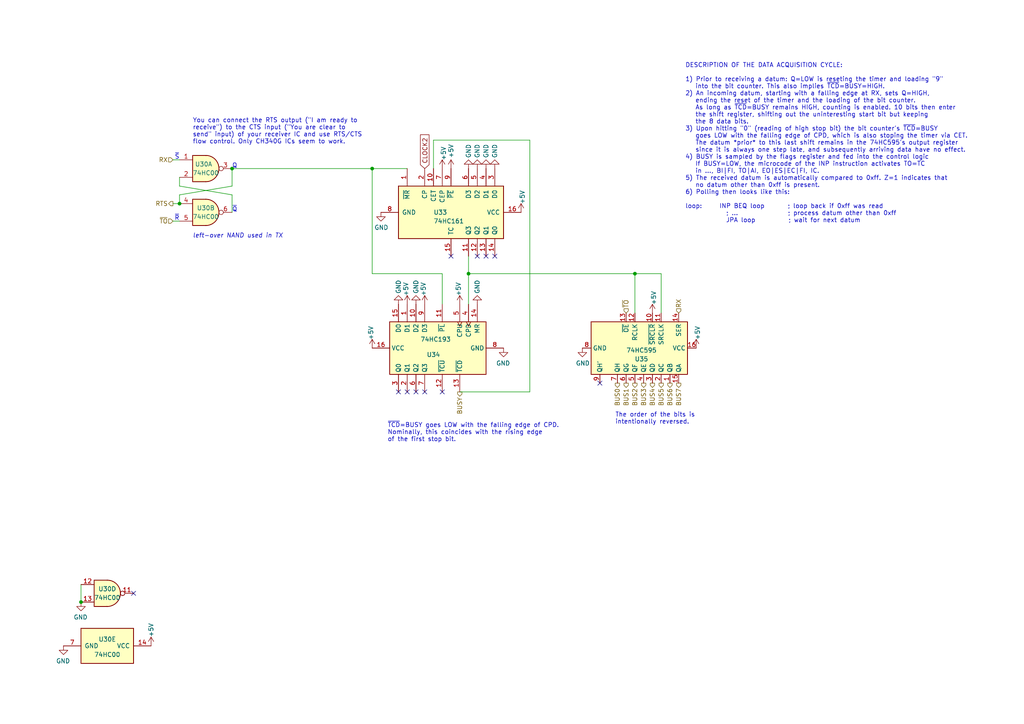
<source format=kicad_sch>
(kicad_sch (version 20211123) (generator eeschema)
  (paper "A4")
  (title_block (title "UART Receiver") (date "2022-07-16") (rev "1.6") (comment 2 "creativecommons.org/licenses/by-nc-sa/3.0/deed.en") (comment 3 "License: CC BY-NC-SA 3.0") (comment 4 "Author: Carsten Herting (slu4)"))
  (lib_symbols
    (symbol "74xx:74HC00" (pin_names (offset 1.016))
      (property "Reference" "U" (at 0 1.27 0))
      (property "Value" "74HC00" (at 0 -1.27 0))
      (symbol "74HC00_1_1"
        (arc (start 0 -3.81) (mid 3.81 0) (end 0 3.81) (stroke (width 0.254)) (fill (type background)))
        (polyline (pts (xy 0 3.81) (xy -3.81 3.81) (xy -3.81 -3.81) (xy 0 -3.81)) (stroke (width 0.254)) (fill (type background)))
        (pin input line (at -7.62 2.54 0) (length 3.81) (name "~") (number "1"))
        (pin input line (at -7.62 -2.54 0) (length 3.81) (name "~") (number "2"))
        (pin output inverted (at 7.62 0 180) (length 3.81) (name "~") (number "3"))
      )
      (symbol "74HC00_1_2"
        (arc (start -3.81 -3.81) (mid -2.589 0) (end -3.81 3.81) (stroke (width 0.254)))
        (arc (start -0.6096 -3.81) (mid 2.1842 -2.5851) (end 3.81 0) (stroke (width 0.254)) (fill (type background)))
        (polyline (pts (xy -3.81 -3.81) (xy -0.635 -3.81)) (stroke (width 0.254)) (fill (type background)))
        (polyline (pts (xy -3.81 3.81) (xy -0.635 3.81)) (stroke (width 0.254)) (fill (type background)))
        (polyline (pts (xy -0.635 3.81) (xy -3.81 3.81) (xy -3.81 3.81) (xy -3.556 3.4036) (xy -3.0226 2.2606) (xy -2.6924 1.0414) (xy -2.6162 -0.254) (xy -2.7686 -1.4986) (xy -3.175 -2.7178) (xy -3.81 -3.81) (xy -3.81 -3.81) (xy -0.635 -3.81)) (stroke (width -25.4)) (fill (type background)))
        (arc (start 3.81 0) (mid 2.1915 2.5936) (end -0.6096 3.81) (stroke (width 0.254)) (fill (type background)))
        (pin input inverted (at -7.62 2.54 0) (length 4.318) (name "~") (number "1"))
        (pin input inverted (at -7.62 -2.54 0) (length 4.318) (name "~") (number "2"))
        (pin output line (at 7.62 0 180) (length 3.81) (name "~") (number "3"))
      )
      (symbol "74HC00_2_1"
        (arc (start 0 -3.81) (mid 3.81 0) (end 0 3.81) (stroke (width 0.254)) (fill (type background)))
        (polyline (pts (xy 0 3.81) (xy -3.81 3.81) (xy -3.81 -3.81) (xy 0 -3.81)) (stroke (width 0.254)) (fill (type background)))
        (pin input line (at -7.62 2.54 0) (length 3.81) (name "~") (number "4"))
        (pin input line (at -7.62 -2.54 0) (length 3.81) (name "~") (number "5"))
        (pin output inverted (at 7.62 0 180) (length 3.81) (name "~") (number "6"))
      )
      (symbol "74HC00_2_2"
        (arc (start -3.81 -3.81) (mid -2.589 0) (end -3.81 3.81) (stroke (width 0.254)))
        (arc (start -0.6096 -3.81) (mid 2.1842 -2.5851) (end 3.81 0) (stroke (width 0.254)) (fill (type background)))
        (polyline (pts (xy -3.81 -3.81) (xy -0.635 -3.81)) (stroke (width 0.254)) (fill (type background)))
        (polyline (pts (xy -3.81 3.81) (xy -0.635 3.81)) (stroke (width 0.254)) (fill (type background)))
        (polyline (pts (xy -0.635 3.81) (xy -3.81 3.81) (xy -3.81 3.81) (xy -3.556 3.4036) (xy -3.0226 2.2606) (xy -2.6924 1.0414) (xy -2.6162 -0.254) (xy -2.7686 -1.4986) (xy -3.175 -2.7178) (xy -3.81 -3.81) (xy -3.81 -3.81) (xy -0.635 -3.81)) (stroke (width -25.4)) (fill (type background)))
        (arc (start 3.81 0) (mid 2.1915 2.5936) (end -0.6096 3.81) (stroke (width 0.254)) (fill (type background)))
        (pin input inverted (at -7.62 2.54 0) (length 4.318) (name "~") (number "4"))
        (pin input inverted (at -7.62 -2.54 0) (length 4.318) (name "~") (number "5"))
        (pin output line (at 7.62 0 180) (length 3.81) (name "~") (number "6"))
      )
      (symbol "74HC00_3_1"
        (arc (start 0 -3.81) (mid 3.81 0) (end 0 3.81) (stroke (width 0.254)) (fill (type background)))
        (polyline (pts (xy 0 3.81) (xy -3.81 3.81) (xy -3.81 -3.81) (xy 0 -3.81)) (stroke (width 0.254)) (fill (type background)))
        (pin input line (at -7.62 -2.54 0) (length 3.81) (name "~") (number "10"))
        (pin output inverted (at 7.62 0 180) (length 3.81) (name "~") (number "8"))
        (pin input line (at -7.62 2.54 0) (length 3.81) (name "~") (number "9"))
      )
      (symbol "74HC00_3_2"
        (arc (start -3.81 -3.81) (mid -2.589 0) (end -3.81 3.81) (stroke (width 0.254)))
        (arc (start -0.6096 -3.81) (mid 2.1842 -2.5851) (end 3.81 0) (stroke (width 0.254)) (fill (type background)))
        (polyline (pts (xy -3.81 -3.81) (xy -0.635 -3.81)) (stroke (width 0.254)) (fill (type background)))
        (polyline (pts (xy -3.81 3.81) (xy -0.635 3.81)) (stroke (width 0.254)) (fill (type background)))
        (polyline (pts (xy -0.635 3.81) (xy -3.81 3.81) (xy -3.81 3.81) (xy -3.556 3.4036) (xy -3.0226 2.2606) (xy -2.6924 1.0414) (xy -2.6162 -0.254) (xy -2.7686 -1.4986) (xy -3.175 -2.7178) (xy -3.81 -3.81) (xy -3.81 -3.81) (xy -0.635 -3.81)) (stroke (width -25.4)) (fill (type background)))
        (arc (start 3.81 0) (mid 2.1915 2.5936) (end -0.6096 3.81) (stroke (width 0.254)) (fill (type background)))
        (pin input inverted (at -7.62 -2.54 0) (length 4.318) (name "~") (number "10"))
        (pin output line (at 7.62 0 180) (length 3.81) (name "~") (number "8"))
        (pin input inverted (at -7.62 2.54 0) (length 4.318) (name "~") (number "9"))
      )
      (symbol "74HC00_4_1"
        (arc (start 0 -3.81) (mid 3.81 0) (end 0 3.81) (stroke (width 0.254)) (fill (type background)))
        (polyline (pts (xy 0 3.81) (xy -3.81 3.81) (xy -3.81 -3.81) (xy 0 -3.81)) (stroke (width 0.254)) (fill (type background)))
        (pin output inverted (at 7.62 0 180) (length 3.81) (name "~") (number "11"))
        (pin input line (at -7.62 2.54 0) (length 3.81) (name "~") (number "12"))
        (pin input line (at -7.62 -2.54 0) (length 3.81) (name "~") (number "13"))
      )
      (symbol "74HC00_4_2"
        (arc (start -3.81 -3.81) (mid -2.589 0) (end -3.81 3.81) (stroke (width 0.254)))
        (arc (start -0.6096 -3.81) (mid 2.1842 -2.5851) (end 3.81 0) (stroke (width 0.254)) (fill (type background)))
        (polyline (pts (xy -3.81 -3.81) (xy -0.635 -3.81)) (stroke (width 0.254)) (fill (type background)))
        (polyline (pts (xy -3.81 3.81) (xy -0.635 3.81)) (stroke (width 0.254)) (fill (type background)))
        (polyline (pts (xy -0.635 3.81) (xy -3.81 3.81) (xy -3.81 3.81) (xy -3.556 3.4036) (xy -3.0226 2.2606) (xy -2.6924 1.0414) (xy -2.6162 -0.254) (xy -2.7686 -1.4986) (xy -3.175 -2.7178) (xy -3.81 -3.81) (xy -3.81 -3.81) (xy -0.635 -3.81)) (stroke (width -25.4)) (fill (type background)))
        (arc (start 3.81 0) (mid 2.1915 2.5936) (end -0.6096 3.81) (stroke (width 0.254)) (fill (type background)))
        (pin output line (at 7.62 0 180) (length 3.81) (name "~") (number "11"))
        (pin input inverted (at -7.62 2.54 0) (length 4.318) (name "~") (number "12"))
        (pin input inverted (at -7.62 -2.54 0) (length 4.318) (name "~") (number "13"))
      )
      (symbol "74HC00_5_0"
        (pin power_in line (at 0 12.7 270) (length 5.08) (name "VCC") (number "14"))
        (pin power_in line (at 0 -12.7 90) (length 5.08) (name "GND") (number "7"))
      )
      (symbol "74HC00_5_1"
        (rectangle (start -5.08 7.62) (end 5.08 -7.62) (stroke (width 0.254)) (fill (type background)))
      )
    )
    (symbol "74xx:74HC595"
      (property "Reference" "U" (at -7.62 13.97 0))
      (property "Value" "74HC595" (at -7.62 -16.51 0))
      (symbol "74HC595_1_0"
        (pin tri_state line (at 10.16 7.62 180) (length 2.54) (name "QB") (number "1"))
        (pin input line (at -10.16 2.54 0) (length 2.54) (name "~{SRCLR}") (number "10"))
        (pin input line (at -10.16 5.08 0) (length 2.54) (name "SRCLK") (number "11"))
        (pin input line (at -10.16 -2.54 0) (length 2.54) (name "RCLK") (number "12"))
        (pin input line (at -10.16 -5.08 0) (length 2.54) (name "~{OE}") (number "13"))
        (pin input line (at -10.16 10.16 0) (length 2.54) (name "SER") (number "14"))
        (pin tri_state line (at 10.16 10.16 180) (length 2.54) (name "QA") (number "15"))
        (pin power_in line (at 0 15.24 270) (length 2.54) (name "VCC") (number "16"))
        (pin tri_state line (at 10.16 5.08 180) (length 2.54) (name "QC") (number "2"))
        (pin tri_state line (at 10.16 2.54 180) (length 2.54) (name "QD") (number "3"))
        (pin tri_state line (at 10.16 0 180) (length 2.54) (name "QE") (number "4"))
        (pin tri_state line (at 10.16 -2.54 180) (length 2.54) (name "QF") (number "5"))
        (pin tri_state line (at 10.16 -5.08 180) (length 2.54) (name "QG") (number "6"))
        (pin tri_state line (at 10.16 -7.62 180) (length 2.54) (name "QH") (number "7"))
        (pin power_in line (at 0 -17.78 90) (length 2.54) (name "GND") (number "8"))
        (pin output line (at 10.16 -12.7 180) (length 2.54) (name "QH'") (number "9"))
      )
      (symbol "74HC595_1_1"
        (rectangle (start -7.62 12.7) (end 7.62 -15.24) (stroke (width 0.254)) (fill (type background)))
      )
    )
    (symbol "8-Bit CPU 32k-cache:74HC00" (pin_names (offset 1.016))
      (property "Reference" "U" (at 0 1.27 0))
      (property "Value" "74HC00" (at 0 -1.27 0))
      (symbol "74HC00_1_1"
        (arc (start 0 -3.81) (mid 3.81 0) (end 0 3.81) (stroke (width 0.254)) (fill (type background)))
        (polyline (pts (xy 0 3.81) (xy -3.81 3.81) (xy -3.81 -3.81) (xy 0 -3.81)) (stroke (width 0.254)) (fill (type background)))
        (pin input line (at -7.62 2.54 0) (length 3.81) (name "~") (number "1"))
        (pin input line (at -7.62 -2.54 0) (length 3.81) (name "~") (number "2"))
        (pin output inverted (at 7.62 0 180) (length 3.81) (name "~") (number "3"))
      )
      (symbol "74HC00_1_2"
        (arc (start -3.81 -3.81) (mid -2.589 0) (end -3.81 3.81) (stroke (width 0.254)))
        (arc (start -0.6096 -3.81) (mid 2.1842 -2.5851) (end 3.81 0) (stroke (width 0.254)) (fill (type background)))
        (polyline (pts (xy -3.81 -3.81) (xy -0.635 -3.81)) (stroke (width 0.254)) (fill (type background)))
        (polyline (pts (xy -3.81 3.81) (xy -0.635 3.81)) (stroke (width 0.254)) (fill (type background)))
        (polyline (pts (xy -0.635 3.81) (xy -3.81 3.81) (xy -3.81 3.81) (xy -3.556 3.4036) (xy -3.0226 2.2606) (xy -2.6924 1.0414) (xy -2.6162 -0.254) (xy -2.7686 -1.4986) (xy -3.175 -2.7178) (xy -3.81 -3.81) (xy -3.81 -3.81) (xy -0.635 -3.81)) (stroke (width -25.4)) (fill (type background)))
        (arc (start 3.81 0) (mid 2.1915 2.5936) (end -0.6096 3.81) (stroke (width 0.254)) (fill (type background)))
        (pin input inverted (at -7.62 2.54 0) (length 4.318) (name "~") (number "1"))
        (pin input inverted (at -7.62 -2.54 0) (length 4.318) (name "~") (number "2"))
        (pin output line (at 7.62 0 180) (length 3.81) (name "~") (number "3"))
      )
      (symbol "74HC00_2_1"
        (arc (start 0 -3.81) (mid 3.81 0) (end 0 3.81) (stroke (width 0.254)) (fill (type background)))
        (polyline (pts (xy 0 3.81) (xy -3.81 3.81) (xy -3.81 -3.81) (xy 0 -3.81)) (stroke (width 0.254)) (fill (type background)))
        (pin input line (at -7.62 2.54 0) (length 3.81) (name "~") (number "4"))
        (pin input line (at -7.62 -2.54 0) (length 3.81) (name "~") (number "5"))
        (pin output inverted (at 7.62 0 180) (length 3.81) (name "~") (number "6"))
      )
      (symbol "74HC00_2_2"
        (arc (start -3.81 -3.81) (mid -2.589 0) (end -3.81 3.81) (stroke (width 0.254)))
        (arc (start -0.6096 -3.81) (mid 2.1842 -2.5851) (end 3.81 0) (stroke (width 0.254)) (fill (type background)))
        (polyline (pts (xy -3.81 -3.81) (xy -0.635 -3.81)) (stroke (width 0.254)) (fill (type background)))
        (polyline (pts (xy -3.81 3.81) (xy -0.635 3.81)) (stroke (width 0.254)) (fill (type background)))
        (polyline (pts (xy -0.635 3.81) (xy -3.81 3.81) (xy -3.81 3.81) (xy -3.556 3.4036) (xy -3.0226 2.2606) (xy -2.6924 1.0414) (xy -2.6162 -0.254) (xy -2.7686 -1.4986) (xy -3.175 -2.7178) (xy -3.81 -3.81) (xy -3.81 -3.81) (xy -0.635 -3.81)) (stroke (width -25.4)) (fill (type background)))
        (arc (start 3.81 0) (mid 2.1915 2.5936) (end -0.6096 3.81) (stroke (width 0.254)) (fill (type background)))
        (pin input inverted (at -7.62 2.54 0) (length 4.318) (name "~") (number "4"))
        (pin input inverted (at -7.62 -2.54 0) (length 4.318) (name "~") (number "5"))
        (pin output line (at 7.62 0 180) (length 3.81) (name "~") (number "6"))
      )
      (symbol "74HC00_3_1"
        (arc (start 0 -3.81) (mid 3.81 0) (end 0 3.81) (stroke (width 0.254)) (fill (type background)))
        (polyline (pts (xy 0 3.81) (xy -3.81 3.81) (xy -3.81 -3.81) (xy 0 -3.81)) (stroke (width 0.254)) (fill (type background)))
        (pin input line (at -7.62 -2.54 0) (length 3.81) (name "~") (number "10"))
        (pin output inverted (at 7.62 0 180) (length 3.81) (name "~") (number "8"))
        (pin input line (at -7.62 2.54 0) (length 3.81) (name "~") (number "9"))
      )
      (symbol "74HC00_3_2"
        (arc (start -3.81 -3.81) (mid -2.589 0) (end -3.81 3.81) (stroke (width 0.254)))
        (arc (start -0.6096 -3.81) (mid 2.1842 -2.5851) (end 3.81 0) (stroke (width 0.254)) (fill (type background)))
        (polyline (pts (xy -3.81 -3.81) (xy -0.635 -3.81)) (stroke (width 0.254)) (fill (type background)))
        (polyline (pts (xy -3.81 3.81) (xy -0.635 3.81)) (stroke (width 0.254)) (fill (type background)))
        (polyline (pts (xy -0.635 3.81) (xy -3.81 3.81) (xy -3.81 3.81) (xy -3.556 3.4036) (xy -3.0226 2.2606) (xy -2.6924 1.0414) (xy -2.6162 -0.254) (xy -2.7686 -1.4986) (xy -3.175 -2.7178) (xy -3.81 -3.81) (xy -3.81 -3.81) (xy -0.635 -3.81)) (stroke (width -25.4)) (fill (type background)))
        (arc (start 3.81 0) (mid 2.1915 2.5936) (end -0.6096 3.81) (stroke (width 0.254)) (fill (type background)))
        (pin input inverted (at -7.62 -2.54 0) (length 4.318) (name "~") (number "10"))
        (pin output line (at 7.62 0 180) (length 3.81) (name "~") (number "8"))
        (pin input inverted (at -7.62 2.54 0) (length 4.318) (name "~") (number "9"))
      )
      (symbol "74HC00_4_1"
        (arc (start 0 -3.81) (mid 3.81 0) (end 0 3.81) (stroke (width 0.254)) (fill (type background)))
        (polyline (pts (xy 0 3.81) (xy -3.81 3.81) (xy -3.81 -3.81) (xy 0 -3.81)) (stroke (width 0.254)) (fill (type background)))
        (pin output inverted (at 7.62 0 180) (length 3.81) (name "~") (number "11"))
        (pin input line (at -7.62 2.54 0) (length 3.81) (name "~") (number "12"))
        (pin input line (at -7.62 -2.54 0) (length 3.81) (name "~") (number "13"))
      )
      (symbol "74HC00_4_2"
        (arc (start -3.81 -3.81) (mid -2.589 0) (end -3.81 3.81) (stroke (width 0.254)))
        (arc (start -0.6096 -3.81) (mid 2.1842 -2.5851) (end 3.81 0) (stroke (width 0.254)) (fill (type background)))
        (polyline (pts (xy -3.81 -3.81) (xy -0.635 -3.81)) (stroke (width 0.254)) (fill (type background)))
        (polyline (pts (xy -3.81 3.81) (xy -0.635 3.81)) (stroke (width 0.254)) (fill (type background)))
        (polyline (pts (xy -0.635 3.81) (xy -3.81 3.81) (xy -3.81 3.81) (xy -3.556 3.4036) (xy -3.0226 2.2606) (xy -2.6924 1.0414) (xy -2.6162 -0.254) (xy -2.7686 -1.4986) (xy -3.175 -2.7178) (xy -3.81 -3.81) (xy -3.81 -3.81) (xy -0.635 -3.81)) (stroke (width -25.4)) (fill (type background)))
        (arc (start 3.81 0) (mid 2.1915 2.5936) (end -0.6096 3.81) (stroke (width 0.254)) (fill (type background)))
        (pin output line (at 7.62 0 180) (length 3.81) (name "~") (number "11"))
        (pin input inverted (at -7.62 2.54 0) (length 4.318) (name "~") (number "12"))
        (pin input inverted (at -7.62 -2.54 0) (length 4.318) (name "~") (number "13"))
      )
      (symbol "74HC00_5_0"
        (pin power_in line (at 0 12.7 270) (length 5.08) (name "VCC") (number "14"))
        (pin power_in line (at 0 -12.7 90) (length 5.08) (name "GND") (number "7"))
      )
      (symbol "74HC00_5_1"
        (rectangle (start -5.08 7.62) (end 5.08 -7.62) (stroke (width 0.254)) (fill (type background)))
      )
    )
    (symbol "8-Bit CPU 32k:74HC161" (pin_names (offset 1.016))
      (property "Reference" "U" (at -7.62 16.51 0))
      (property "Value" "74HC161" (at -7.62 -16.51 0))
      (symbol "74HC161_1_0"
        (pin input line (at -12.7 -12.7 0) (length 5.08) (name "~{MR}") (number "1"))
        (pin input line (at -12.7 -5.08 0) (length 5.08) (name "CET") (number "10"))
        (pin output line (at 12.7 5.08 180) (length 5.08) (name "Q3") (number "11"))
        (pin output line (at 12.7 7.62 180) (length 5.08) (name "Q2") (number "12"))
        (pin output line (at 12.7 10.16 180) (length 5.08) (name "Q1") (number "13"))
        (pin output line (at 12.7 12.7 180) (length 5.08) (name "Q0") (number "14"))
        (pin output line (at 12.7 0 180) (length 5.08) (name "TC") (number "15"))
        (pin power_in line (at 0 20.32 270) (length 5.08) (name "VCC") (number "16"))
        (pin input line (at -12.7 -7.62 0) (length 5.08) (name "CP") (number "2"))
        (pin input line (at -12.7 12.7 0) (length 5.08) (name "D0") (number "3"))
        (pin input line (at -12.7 10.16 0) (length 5.08) (name "D1") (number "4"))
        (pin input line (at -12.7 7.62 0) (length 5.08) (name "D2") (number "5"))
        (pin input line (at -12.7 5.08 0) (length 5.08) (name "D3") (number "6"))
        (pin input line (at -12.7 -2.54 0) (length 5.08) (name "CEP") (number "7"))
        (pin power_in line (at 0 -20.32 90) (length 5.08) (name "GND") (number "8"))
        (pin input line (at -12.7 0 0) (length 5.08) (name "~{PE}") (number "9"))
      )
      (symbol "74HC161_1_1"
        (rectangle (start -7.62 15.24) (end 7.62 -15.24) (stroke (width 0.254)) (fill (type background)))
      )
    )
    (symbol "8-Bit CPU 32k:74HC193"
      (property "Reference" "U" (at -7.62 13.97 0))
      (property "Value" "74HC193" (at 5.08 13.97 0))
      (symbol "74HC193_1_0"
        (pin input line (at -12.7 7.62 0) (length 5.08) (name "D1") (number "1"))
        (pin input line (at -12.7 5.08 0) (length 5.08) (name "D2") (number "10"))
        (pin input line (at -12.7 -2.54 0) (length 5.08) (name "~{PL}") (number "11"))
        (pin output line (at 12.7 -2.54 180) (length 5.08) (name "~{TCU}") (number "12"))
        (pin output line (at 12.7 -7.62 180) (length 5.08) (name "~{TCD}") (number "13"))
        (pin input line (at -12.7 -12.7 0) (length 5.08) (name "MR") (number "14"))
        (pin input line (at -12.7 10.16 0) (length 5.08) (name "D0") (number "15"))
        (pin power_in line (at 0 17.78 270) (length 5.08) (name "VCC") (number "16"))
        (pin output line (at 12.7 7.62 180) (length 5.08) (name "Q1") (number "2"))
        (pin output line (at 12.7 10.16 180) (length 5.08) (name "Q0") (number "3"))
        (pin input clock (at -12.7 -10.16 0) (length 5.08) (name "CPD") (number "4"))
        (pin input clock (at -12.7 -7.62 0) (length 5.08) (name "CPU") (number "5"))
        (pin output line (at 12.7 5.08 180) (length 5.08) (name "Q2") (number "6"))
        (pin output line (at 12.7 2.54 180) (length 5.08) (name "Q3") (number "7"))
        (pin power_in line (at 0 -20.32 90) (length 5.08) (name "GND") (number "8"))
        (pin input line (at -12.7 2.54 0) (length 5.08) (name "D3") (number "9"))
      )
      (symbol "74HC193_1_1"
        (rectangle (start -7.62 12.7) (end 7.62 -15.24) (stroke (width 0.254)) (fill (type background)))
      )
    )
    (symbol "power:+5V" (power) (pin_names (offset 0))
      (property "Value" "+5V" (at 0 3.556 0))
      (symbol "+5V_0_1"
        (polyline (pts (xy -0.762 1.27) (xy 0 2.54)))
        (polyline (pts (xy 0 0) (xy 0 2.54)))
        (polyline (pts (xy 0 2.54) (xy 0.762 1.27)))
      )
      (symbol "+5V_1_1"
        (pin power_in line (at 0 0 90) (length 0) hide (name "+5V") (number "1"))
      )
    )
    (symbol "power:GND" (power) (pin_names (offset 0))
      (property "Value" "GND" (at 0 -3.81 0))
      (symbol "GND_0_1"
        (polyline (pts (xy 0 0) (xy 0 -1.27) (xy 1.27 -1.27) (xy 0 -2.54) (xy -1.27 -1.27) (xy 0 -1.27)))
      )
      (symbol "GND_1_1"
        (pin power_in line (at 0 0 270) (length 0) hide (name "GND") (number "1"))
      )
    )
  )
  (junction (at 184.15 79.375))
  (junction (at 23.495 174.625))
  (junction (at 52.07 59.055))
  (junction (at 67.31 48.895))
  (junction (at 135.89 79.375))
  (junction (at 107.95 48.895))
  (no_connect (at 118.11 113.665))
  (no_connect (at 115.57 113.665))
  (no_connect (at 123.19 113.665))
  (no_connect (at 138.43 74.295))
  (no_connect (at 143.51 74.295))
  (no_connect (at 140.97 74.295))
  (no_connect (at 128.27 113.665))
  (no_connect (at 173.99 111.125))
  (no_connect (at 130.81 74.295))
  (no_connect (at 38.735 172.085))
  (no_connect (at 120.65 113.665))
  (wire (pts (xy 107.95 79.375) (xy 107.95 48.895)))
  (wire (pts (xy 52.07 53.975) (xy 67.31 56.515)))
  (wire (pts (xy 52.07 56.515) (xy 67.31 53.975)))
  (wire (pts (xy 125.73 40.64) (xy 153.67 40.64)))
  (wire (pts (xy 52.07 59.055) (xy 50.165 59.055)))
  (wire (pts (xy 50.165 46.355) (xy 52.07 46.355)))
  (wire (pts (xy 184.15 79.375) (xy 191.77 79.375)))
  (wire (pts (xy 52.07 51.435) (xy 52.07 53.975)))
  (wire (pts (xy 128.27 79.375) (xy 107.95 79.375)))
  (wire (pts (xy 67.31 56.515) (xy 67.31 61.595)))
  (wire (pts (xy 128.27 88.265) (xy 128.27 79.375)))
  (wire (pts (xy 135.89 74.295) (xy 135.89 79.375)))
  (wire (pts (xy 135.89 79.375) (xy 135.89 88.265)))
  (wire (pts (xy 67.31 48.895) (xy 107.95 48.895)))
  (wire (pts (xy 67.31 53.975) (xy 67.31 48.895)))
  (wire (pts (xy 125.73 48.895) (xy 125.73 40.64)))
  (wire (pts (xy 107.95 48.895) (xy 118.11 48.895)))
  (wire (pts (xy 23.495 174.625) (xy 23.495 169.545)))
  (wire (pts (xy 52.07 59.055) (xy 52.07 56.515)))
  (wire (pts (xy 50.165 64.135) (xy 52.07 64.135)))
  (wire (pts (xy 184.15 90.805) (xy 184.15 79.375)))
  (wire (pts (xy 133.35 113.665) (xy 153.67 113.665)))
  (wire (pts (xy 184.15 79.375) (xy 135.89 79.375)))
  (wire (pts (xy 153.67 40.64) (xy 153.67 113.665)))
  (wire (pts (xy 191.77 79.375) (xy 191.77 90.805)))
  (text "DESCRIPTION OF THE DATA ACQUISITION CYCLE:\n\n1) Prior to receiving a datum: Q=LOW is reseting the timer and loading \"9\"\n   into the bit counter. This also implies ~{TCD}=BUSY=HIGH.\n2) An incoming datum, starting with a falling edge at RX, sets Q=HIGH,\n   ending the reset of the timer and the loading of the bit counter.\n   As long as ~{TCD}=BUSY remains HIGH, counting is enabled. 10 bits then enter\n   the shift register, shifting out the uninteresting start bit but keeping\n   the 8 data bits.\n3) Upon hitting \"0\" (reading of high stop bit) the bit counter's ~{TCD}=BUSY\n   goes LOW with the falling edge of CPD, which is also stoping the timer via CET.\n   The datum *prior* to this last shift remains in the 74HC595's output register\n   since it is always one step late, and subsequently arriving data have no effect.\n4) BUSY is sampled by the flags register and fed into the control logic\n   If BUSY=LOW, the microcode of the INP instruction activates TO=TC\n   in ..., BI|FI, TO|AI, EO|ES|EC|FI, IC.\n5) The received datum is automatically compared to 0xff. Z=1 indicates that\n   no datum other than 0xff is present.\n6) Polling then looks like this:\n\nloop:	INP BEQ loop       ; loop back if 0xff was read\n		  ; ...               ; process datum other than 0xff\n		  JPA loop          ; wait for next datum\n" (at 198.755 64.77 0) (effects (font (size 1.27 1.27)) (justify left bottom)))
  (text "Q" (at 67.31 48.895 0) (effects (font (size 1.27 1.27)) (justify left bottom)))
  (text "The order of the bits is\nintentionally reversed." (at 178.435 123.19 0) (effects (font (size 1.27 1.27)) (justify left bottom)))
  (text "You can connect the RTS output (\"I am ready to\nreceive\") to the CTS input (\"You are clear to\nsend\" input) of your receiver IC and use RTS/CTS\nflow control. Only CH340G ICs seem to work." (at 55.88 41.91 0) (effects (font (size 1.27 1.27)) (justify left bottom)))
  (text "~{Q}" (at 67.31 61.595 0) (effects (font (size 1.27 1.27)) (justify left bottom)))
  (text "left-over NAND used in TX" (at 55.88 69.215 0) (effects (font (size 1.27 1.27) italic) (justify left bottom)))
  (text "~{TCD}=BUSY goes LOW with the falling edge of CPD.\nNominally, this coincides with the rising edge\nof the first stop bit." (at 112.395 128.27 0) (effects (font (size 1.27 1.27)) (justify left bottom)))
  (text "~{S}" (at 52.07 46.355 180) (effects (font (size 1.27 1.27)) (justify right bottom)))
  (text "~{R}" (at 52.07 64.135 180) (effects (font (size 1.27 1.27)) (justify right bottom)))
  (global_label "CLOCK2" (shape input) (at 123.19 48.895 90) (property "Intersheet References" "${INTERSHEET_REFS}" (effects hide)))
  (hierarchical_label "BUS1" (shape output) (at 181.61 111.125 270))
  (hierarchical_label "RTS" (shape output) (at 50.165 59.055 180))
  (hierarchical_label "BUSY" (shape output) (at 133.35 113.665 270))
  (hierarchical_label "BUS7" (shape output) (at 196.85 111.125 270))
  (hierarchical_label "RX" (shape input) (at 196.85 90.805 90))
  (hierarchical_label "BUS6" (shape output) (at 194.31 111.125 270))
  (hierarchical_label "BUS5" (shape output) (at 191.77 111.125 270))
  (hierarchical_label "BUS4" (shape output) (at 189.23 111.125 270))
  (hierarchical_label "RX" (shape input) (at 50.165 46.355 180))
  (hierarchical_label "BUS3" (shape output) (at 186.69 111.125 270))
  (hierarchical_label "~{TO}" (shape input) (at 50.165 64.135 180))
  (hierarchical_label "~{TO}" (shape input) (at 181.61 90.805 90))
  (hierarchical_label "BUS0" (shape output) (at 179.07 111.125 270))
  (hierarchical_label "BUS2" (shape output) (at 184.15 111.125 270))
  (symbol (lib_id "power:+5V") (at 107.95 100.965 0) (mirror y) (unit 1)
    (property "Reference" "#PWR027" (effects hide))
    (property "Value" "+5V" (at 107.569 96.5708 90))
  )
  (symbol (lib_id "74xx:74HC00") (at 59.69 61.595 0) (unit 2)
    (property "Reference" "U30" (at 59.69 60.325 0))
    (property "Value" "74HC00" (at 59.69 62.865 0))
    (property "Footprint" "Package_DIP:DIP-14_W7.62mm" (effects hide))
    (property "Datasheet" "http://www.ti.com/lit/gpn/sn74hc00" (effects hide))
  )
  (symbol (lib_id "74xx:74HC00") (at 59.69 48.895 0) (unit 1)
    (property "Reference" "U30" (at 59.055 47.625 0))
    (property "Value" "74HC00" (at 59.69 50.165 0))
    (property "Footprint" "Package_DIP:DIP-14_W7.62mm" (effects hide))
    (property "Datasheet" "http://www.ti.com/lit/gpn/sn74hc00" (effects hide))
  )
  (symbol (lib_id "power:+5V") (at 128.27 48.895 0) (unit 1)
    (property "Reference" "#PWR013" (effects hide))
    (property "Value" "+5V" (at 128.651 44.5008 90))
  )
  (symbol (lib_id "8-Bit CPU 32k:74HC193") (at 125.73 100.965 90) (mirror x) (unit 1)
    (property "Reference" "U34" (at 125.73 102.87 90))
    (property "Value" "74HC193" (at 126.365 98.425 90))
    (property "Footprint" "Package_DIP:DIP-16_W7.62mm" (effects hide))
    (property "Datasheet" "http://www.ti.com/lit/ds/symlink/sn74ls193.pdf" (effects hide))
  )
  (symbol (lib_id "power:GND") (at 115.57 88.265 0) (mirror x) (unit 1)
    (property "Reference" "#PWR010" (effects hide))
    (property "Value" "GND" (at 115.57 83.185 90))
  )
  (symbol (lib_id "74xx:74HC595") (at 186.69 100.965 270) (unit 1)
    (property "Reference" "U35" (at 186.055 104.14 90))
    (property "Value" "74HC595" (at 186.055 101.6 90))
    (property "Footprint" "Package_DIP:DIP-16_W7.62mm" (effects hide))
    (property "Datasheet" "http://www.ti.com/lit/ds/symlink/sn74hc595.pdf" (effects hide))
  )
  (symbol (lib_id "power:+5V") (at 189.23 90.805 0) (unit 1)
    (property "Reference" "#PWR029" (effects hide))
    (property "Value" "+5V" (at 189.611 86.4108 90))
  )
  (symbol (lib_id "power:GND") (at 120.65 88.265 0) (mirror x) (unit 1)
    (property "Reference" "#PWR011" (effects hide))
    (property "Value" "GND" (at 120.65 83.185 90))
  )
  (symbol (lib_id "power:GND") (at 146.05 100.965 0) (mirror y) (unit 1)
    (property "Reference" "#PWR021" (effects hide))
    (property "Value" "GND" (at 145.923 105.3592 0))
  )
  (symbol (lib_id "power:+5V") (at 201.93 100.965 0) (unit 1)
    (property "Reference" "#PWR030" (effects hide))
    (property "Value" "+5V" (at 202.311 96.5708 90))
  )
  (symbol (lib_id "power:GND") (at 135.89 48.895 180) (unit 1)
    (property "Reference" "#PWR016" (effects hide))
    (property "Value" "GND" (at 135.89 43.815 90))
  )
  (symbol (lib_id "power:+5V") (at 118.11 88.265 0) (mirror y) (unit 1)
    (property "Reference" "#PWR07" (effects hide))
    (property "Value" "+5V" (at 117.729 83.8708 90))
  )
  (symbol (lib_id "power:+5V") (at 43.815 187.325 0) (mirror y) (unit 1)
    (property "Reference" "#PWR0149" (effects hide))
    (property "Value" "+5V" (at 43.815 184.785 90) (effects (justify left)))
  )
  (symbol (lib_id "8-Bit CPU 32k-cache:74HC00") (at 31.115 187.325 270) (unit 5)
    (property "Reference" "U30" (at 31.115 185.42 90))
    (property "Value" "74HC00" (at 31.115 189.865 90))
    (property "Footprint" "Package_DIP:DIP-14_W7.62mm" (effects hide))
  )
  (symbol (lib_id "power:+5V") (at 123.19 88.265 0) (mirror y) (unit 1)
    (property "Reference" "#PWR012" (effects hide))
    (property "Value" "+5V" (at 122.809 83.8708 90))
  )
  (symbol (lib_id "8-Bit CPU 32k:74HC161") (at 130.81 61.595 270) (unit 1)
    (property "Reference" "U33" (at 125.73 61.595 90) (effects (justify left)))
    (property "Value" "74HC161" (at 125.73 64.135 90) (effects (justify left)))
    (property "Footprint" "Package_DIP:DIP-16_W7.62mm" (effects hide))
    (property "Datasheet" "http://www.ti.com/lit/gpn/sn74LS161" (effects hide))
  )
  (symbol (lib_id "power:+5V") (at 133.35 88.265 0) (mirror y) (unit 1)
    (property "Reference" "#PWR015" (effects hide))
    (property "Value" "+5V" (at 132.969 83.8708 90))
  )
  (symbol (lib_id "power:GND") (at 138.43 48.895 180) (unit 1)
    (property "Reference" "#PWR017" (effects hide))
    (property "Value" "GND" (at 138.43 43.815 90))
  )
  (symbol (lib_id "power:+5V") (at 130.81 48.895 0) (unit 1)
    (property "Reference" "#PWR014" (effects hide))
    (property "Value" "+5V" (at 130.81 43.815 90))
  )
  (symbol (lib_id "74xx:74HC00") (at 31.115 172.085 0) (unit 4)
    (property "Reference" "U30" (at 31.115 170.815 0))
    (property "Value" "74HC00" (at 31.115 173.355 0))
    (property "Footprint" "Package_DIP:DIP-14_W7.62mm" (effects hide))
    (property "Datasheet" "http://www.ti.com/lit/gpn/sn74hc00" (effects hide))
  )
  (symbol (lib_id "power:GND") (at 168.91 100.965 0) (unit 1)
    (property "Reference" "#PWR028" (effects hide))
    (property "Value" "GND" (at 169.037 105.3592 0))
  )
  (symbol (lib_id "power:GND") (at 18.415 187.325 0) (mirror y) (unit 1)
    (property "Reference" "#PWR0146" (effects hide))
    (property "Value" "GND" (at 18.288 191.7192 0))
  )
  (symbol (lib_id "power:GND") (at 140.97 48.895 180) (unit 1)
    (property "Reference" "#PWR019" (effects hide))
    (property "Value" "GND" (at 140.97 43.815 90))
  )
  (symbol (lib_id "power:GND") (at 110.49 61.595 0) (unit 1)
    (property "Reference" "#PWR06" (effects hide))
    (property "Value" "GND" (at 110.617 65.9892 0))
  )
  (symbol (lib_id "power:GND") (at 143.51 48.895 180) (unit 1)
    (property "Reference" "#PWR020" (effects hide))
    (property "Value" "GND" (at 143.51 43.815 90))
  )
  (symbol (lib_id "power:+5V") (at 151.13 61.595 0) (unit 1)
    (property "Reference" "#PWR022" (effects hide))
    (property "Value" "+5V" (at 151.511 57.2008 90))
  )
  (symbol (lib_id "power:GND") (at 23.495 174.625 0) (mirror y) (unit 1)
    (property "Reference" "#PWR0100" (effects hide))
    (property "Value" "GND" (at 23.368 179.0192 0))
  )
  (symbol (lib_id "power:GND") (at 138.43 88.265 0) (mirror x) (unit 1)
    (property "Reference" "#PWR018" (effects hide))
    (property "Value" "GND" (at 138.43 83.185 90))
  )
)
</source>
